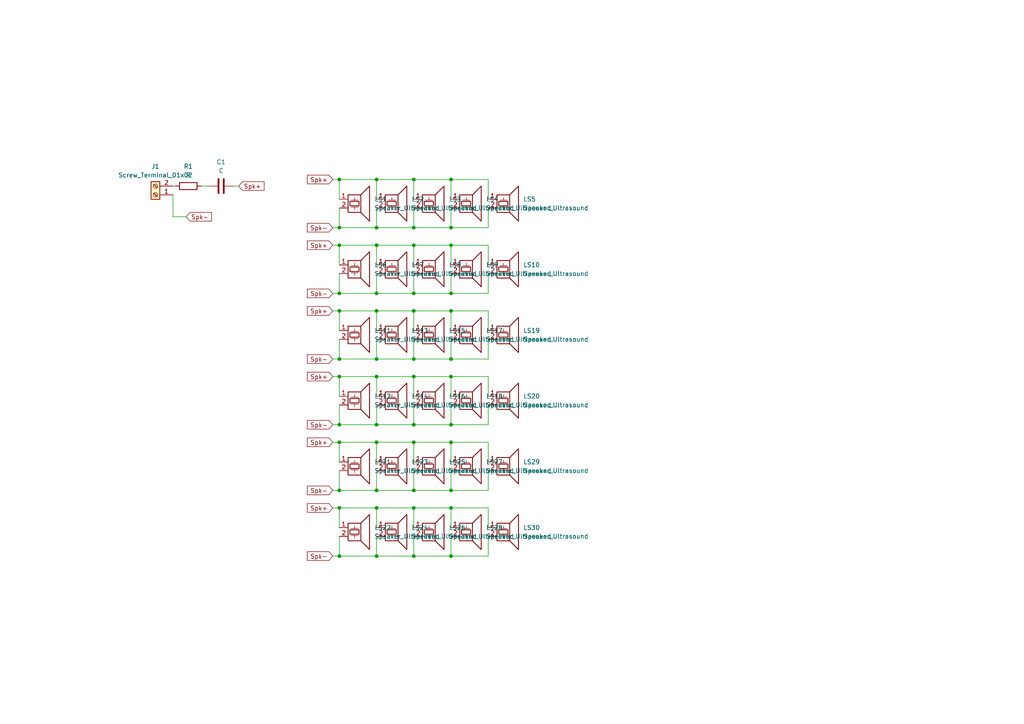
<source format=kicad_sch>
(kicad_sch (version 20230121) (generator eeschema)
  (paper "A4")
  (lib_symbols
    (symbol "Connector:Screw_Terminal_01x02" (pin_names (offset 1.016) hide)
      (property "Reference" "J" (at 0 2.54 0))
      (property "Value" "Screw_Terminal_01x02" (at 0 -5.08 0))
      (symbol "Screw_Terminal_01x02_1_1"
        (rectangle (start -1.27 1.27) (end 1.27 -3.81) (stroke (width 0.254)) (fill (type background)))
        (circle (center 0 -2.54) (radius 0.635) (stroke (width 0.1524)))
        (polyline (pts (xy -0.5334 -2.2098) (xy 0.3302 -3.048)) (stroke (width 0.1524)))
        (polyline (pts (xy -0.5334 0.3302) (xy 0.3302 -0.508)) (stroke (width 0.1524)))
        (polyline (pts (xy -0.3556 -2.032) (xy 0.508 -2.8702)) (stroke (width 0.1524)))
        (polyline (pts (xy -0.3556 0.508) (xy 0.508 -0.3302)) (stroke (width 0.1524)))
        (circle (center 0 0) (radius 0.635) (stroke (width 0.1524)))
        (pin passive line (at -5.08 0 0) (length 3.81) (name "Pin_1") (number "1"))
        (pin passive line (at -5.08 -2.54 0) (length 3.81) (name "Pin_2") (number "2"))
      )
    )
    (symbol "Device:C" (pin_numbers hide) (pin_names (offset 0.254))
      (property "Reference" "C" (at 0.635 2.54 0))
      (property "Value" "C" (at 0.635 -2.54 0))
      (symbol "C_0_1"
        (polyline (pts (xy -2.032 -0.762) (xy 2.032 -0.762)) (stroke (width 0.508)))
        (polyline (pts (xy -2.032 0.762) (xy 2.032 0.762)) (stroke (width 0.508)))
      )
      (symbol "C_1_1"
        (pin passive line (at 0 3.81 270) (length 2.794) (name "~") (number "1"))
        (pin passive line (at 0 -3.81 90) (length 2.794) (name "~") (number "2"))
      )
    )
    (symbol "Device:R" (pin_numbers hide) (pin_names (offset 0))
      (property "Reference" "R" (at 2.032 0 90))
      (property "Value" "R" (at 0 0 90))
      (symbol "R_0_1"
        (rectangle (start -1.016 -2.54) (end 1.016 2.54) (stroke (width 0.254)))
      )
      (symbol "R_1_1"
        (pin passive line (at 0 3.81 270) (length 1.27) (name "~") (number "1"))
        (pin passive line (at 0 -3.81 90) (length 1.27) (name "~") (number "2"))
      )
    )
    (symbol "Device:Speaker_Ultrasound" (pin_names (offset 0) hide)
      (property "Reference" "LS" (at 0.635 5.715 0))
      (property "Value" "Speaker_Ultrasound" (at 0.635 3.81 0))
      (symbol "Speaker_Ultrasound_0_0"
        (rectangle (start -2.54 1.27) (end 1.143 -3.81) (stroke (width 0.254)))
        (rectangle (start -2.032 -0.635) (end 0.635 -1.905) (stroke (width 0.254)))
        (polyline (pts (xy -1.651 -2.286) (xy 0.381 -2.286)))
        (polyline (pts (xy -1.651 -0.254) (xy 0.381 -0.254)))
        (polyline (pts (xy -0.635 -2.286) (xy -0.635 -3.048)))
        (polyline (pts (xy -0.635 -0.254) (xy -0.635 0.508)))
        (polyline (pts (xy 1.143 1.27) (xy 3.683 3.81) (xy 3.683 -6.35) (xy 1.143 -3.81)) (stroke (width 0.254)))
      )
      (symbol "Speaker_Ultrasound_1_1"
        (pin input line (at -5.08 0 0) (length 2.54) (name "1") (number "1"))
        (pin input line (at -5.08 -2.54 0) (length 2.54) (name "2") (number "2"))
      )
    )
  )
  (junction (at 130.81 123.19))
  (junction (at 98.425 85.09))
  (junction (at 120.015 123.19))
  (junction (at 120.015 90.17))
  (junction (at 130.81 66.04))
  (junction (at 120.015 104.14))
  (junction (at 130.81 90.17))
  (junction (at 98.425 142.24))
  (junction (at 120.015 109.22))
  (junction (at 109.22 66.04))
  (junction (at 130.81 161.29))
  (junction (at 130.81 128.27))
  (junction (at 98.425 123.19))
  (junction (at 120.015 52.07))
  (junction (at 98.425 161.29))
  (junction (at 120.015 66.04))
  (junction (at 109.22 71.12))
  (junction (at 98.425 52.07))
  (junction (at 120.015 147.32))
  (junction (at 98.425 147.32))
  (junction (at 98.425 71.12))
  (junction (at 109.22 147.32))
  (junction (at 120.015 128.27))
  (junction (at 120.015 71.12))
  (junction (at 109.22 128.27))
  (junction (at 130.81 71.12))
  (junction (at 98.425 104.14))
  (junction (at 120.015 161.29))
  (junction (at 109.22 109.22))
  (junction (at 130.81 104.14))
  (junction (at 130.81 52.07))
  (junction (at 130.81 142.24))
  (junction (at 98.425 109.22))
  (junction (at 98.425 128.27))
  (junction (at 120.015 85.09))
  (junction (at 109.22 142.24))
  (junction (at 109.22 52.07))
  (junction (at 109.22 104.14))
  (junction (at 130.81 85.09))
  (junction (at 120.015 142.24))
  (junction (at 130.81 109.22))
  (junction (at 109.22 123.19))
  (junction (at 130.81 147.32))
  (junction (at 98.425 90.17))
  (junction (at 109.22 85.09))
  (junction (at 109.22 161.29))
  (junction (at 109.22 90.17))
  (junction (at 98.425 66.04))
  (wire (pts (xy 141.605 104.14) (xy 141.605 98.425)))
  (wire (pts (xy 96.52 104.14) (xy 98.425 104.14)))
  (wire (pts (xy 109.22 142.24) (xy 120.015 142.24)))
  (wire (pts (xy 120.015 155.575) (xy 120.015 161.29)))
  (wire (pts (xy 141.605 52.07) (xy 130.81 52.07)))
  (wire (pts (xy 141.605 90.17) (xy 130.81 90.17)))
  (wire (pts (xy 120.015 117.475) (xy 120.015 123.19)))
  (wire (pts (xy 109.22 60.325) (xy 109.22 66.04)))
  (wire (pts (xy 130.81 123.19) (xy 141.605 123.19)))
  (wire (pts (xy 98.425 71.12) (xy 98.425 76.835)))
  (wire (pts (xy 130.81 71.12) (xy 130.81 76.835)))
  (wire (pts (xy 109.22 123.19) (xy 120.015 123.19)))
  (wire (pts (xy 130.81 109.22) (xy 130.81 114.935)))
  (wire (pts (xy 98.425 52.07) (xy 109.22 52.07)))
  (wire (pts (xy 98.425 60.325) (xy 98.425 66.04)))
  (wire (pts (xy 141.605 128.27) (xy 130.81 128.27)))
  (wire (pts (xy 109.22 109.22) (xy 109.22 114.935)))
  (wire (pts (xy 120.015 161.29) (xy 130.81 161.29)))
  (wire (pts (xy 141.605 114.935) (xy 141.605 109.22)))
  (wire (pts (xy 98.425 123.19) (xy 109.22 123.19)))
  (wire (pts (xy 120.015 66.04) (xy 130.81 66.04)))
  (wire (pts (xy 109.22 128.27) (xy 109.22 133.985)))
  (wire (pts (xy 120.015 95.885) (xy 120.015 90.17)))
  (wire (pts (xy 120.015 90.17) (xy 130.81 90.17)))
  (wire (pts (xy 109.22 117.475) (xy 109.22 123.19)))
  (wire (pts (xy 141.605 57.785) (xy 141.605 52.07)))
  (wire (pts (xy 109.22 104.14) (xy 120.015 104.14)))
  (wire (pts (xy 130.81 155.575) (xy 130.81 161.29)))
  (wire (pts (xy 67.945 53.975) (xy 69.215 53.975)))
  (wire (pts (xy 98.425 128.27) (xy 109.22 128.27)))
  (wire (pts (xy 98.425 79.375) (xy 98.425 85.09)))
  (wire (pts (xy 141.605 142.24) (xy 141.605 136.525)))
  (wire (pts (xy 120.015 85.09) (xy 130.81 85.09)))
  (wire (pts (xy 50.165 62.865) (xy 50.165 56.515)))
  (wire (pts (xy 120.015 153.035) (xy 120.015 147.32)))
  (wire (pts (xy 141.605 153.035) (xy 141.605 147.32)))
  (wire (pts (xy 98.425 147.32) (xy 98.425 153.035)))
  (wire (pts (xy 98.425 161.29) (xy 109.22 161.29)))
  (wire (pts (xy 98.425 109.22) (xy 98.425 114.935)))
  (wire (pts (xy 98.425 71.12) (xy 109.22 71.12)))
  (wire (pts (xy 130.81 136.525) (xy 130.81 142.24)))
  (wire (pts (xy 130.81 117.475) (xy 130.81 123.19)))
  (wire (pts (xy 50.8 53.975) (xy 50.165 53.975)))
  (wire (pts (xy 98.425 155.575) (xy 98.425 161.29)))
  (wire (pts (xy 120.015 71.12) (xy 130.81 71.12)))
  (wire (pts (xy 130.81 66.04) (xy 141.605 66.04)))
  (wire (pts (xy 130.81 52.07) (xy 130.81 57.785)))
  (wire (pts (xy 141.605 71.12) (xy 130.81 71.12)))
  (wire (pts (xy 98.425 147.32) (xy 109.22 147.32)))
  (wire (pts (xy 130.81 60.325) (xy 130.81 66.04)))
  (wire (pts (xy 120.015 109.22) (xy 130.81 109.22)))
  (wire (pts (xy 96.52 161.29) (xy 98.425 161.29)))
  (wire (pts (xy 130.81 79.375) (xy 130.81 85.09)))
  (wire (pts (xy 109.22 52.07) (xy 109.22 57.785)))
  (wire (pts (xy 96.52 147.32) (xy 98.425 147.32)))
  (wire (pts (xy 109.22 79.375) (xy 109.22 85.09)))
  (wire (pts (xy 98.425 85.09) (xy 109.22 85.09)))
  (wire (pts (xy 120.015 128.27) (xy 130.81 128.27)))
  (wire (pts (xy 109.22 128.27) (xy 120.015 128.27)))
  (wire (pts (xy 109.22 136.525) (xy 109.22 142.24)))
  (wire (pts (xy 98.425 98.425) (xy 98.425 104.14)))
  (wire (pts (xy 98.425 52.07) (xy 98.425 57.785)))
  (wire (pts (xy 141.605 66.04) (xy 141.605 60.325)))
  (wire (pts (xy 120.015 114.935) (xy 120.015 109.22)))
  (wire (pts (xy 109.22 85.09) (xy 120.015 85.09)))
  (wire (pts (xy 98.425 109.22) (xy 109.22 109.22)))
  (wire (pts (xy 98.425 128.27) (xy 98.425 133.985)))
  (wire (pts (xy 98.425 104.14) (xy 109.22 104.14)))
  (wire (pts (xy 109.22 147.32) (xy 109.22 153.035)))
  (wire (pts (xy 53.975 62.865) (xy 50.165 62.865)))
  (wire (pts (xy 96.52 85.09) (xy 98.425 85.09)))
  (wire (pts (xy 96.52 123.19) (xy 98.425 123.19)))
  (wire (pts (xy 141.605 147.32) (xy 130.81 147.32)))
  (wire (pts (xy 130.81 85.09) (xy 141.605 85.09)))
  (wire (pts (xy 96.52 71.12) (xy 98.425 71.12)))
  (wire (pts (xy 109.22 66.04) (xy 120.015 66.04)))
  (wire (pts (xy 98.425 90.17) (xy 98.425 95.885)))
  (wire (pts (xy 141.605 95.885) (xy 141.605 90.17)))
  (wire (pts (xy 58.42 53.975) (xy 60.325 53.975)))
  (wire (pts (xy 109.22 109.22) (xy 120.015 109.22)))
  (wire (pts (xy 120.015 142.24) (xy 130.81 142.24)))
  (wire (pts (xy 109.22 52.07) (xy 120.015 52.07)))
  (wire (pts (xy 98.425 117.475) (xy 98.425 123.19)))
  (wire (pts (xy 141.605 133.985) (xy 141.605 128.27)))
  (wire (pts (xy 130.81 161.29) (xy 141.605 161.29)))
  (wire (pts (xy 96.52 66.04) (xy 98.425 66.04)))
  (wire (pts (xy 120.015 147.32) (xy 130.81 147.32)))
  (wire (pts (xy 130.81 142.24) (xy 141.605 142.24)))
  (wire (pts (xy 96.52 128.27) (xy 98.425 128.27)))
  (wire (pts (xy 130.81 98.425) (xy 130.81 104.14)))
  (wire (pts (xy 120.015 60.325) (xy 120.015 66.04)))
  (wire (pts (xy 98.425 142.24) (xy 109.22 142.24)))
  (wire (pts (xy 130.81 104.14) (xy 141.605 104.14)))
  (wire (pts (xy 130.81 90.17) (xy 130.81 95.885)))
  (wire (pts (xy 96.52 142.24) (xy 98.425 142.24)))
  (wire (pts (xy 130.81 147.32) (xy 130.81 153.035)))
  (wire (pts (xy 98.425 90.17) (xy 109.22 90.17)))
  (wire (pts (xy 96.52 90.17) (xy 98.425 90.17)))
  (wire (pts (xy 120.015 136.525) (xy 120.015 142.24)))
  (wire (pts (xy 141.605 123.19) (xy 141.605 117.475)))
  (wire (pts (xy 109.22 161.29) (xy 120.015 161.29)))
  (wire (pts (xy 98.425 136.525) (xy 98.425 142.24)))
  (wire (pts (xy 120.015 98.425) (xy 120.015 104.14)))
  (wire (pts (xy 109.22 71.12) (xy 109.22 76.835)))
  (wire (pts (xy 109.22 155.575) (xy 109.22 161.29)))
  (wire (pts (xy 109.22 71.12) (xy 120.015 71.12)))
  (wire (pts (xy 120.015 57.785) (xy 120.015 52.07)))
  (wire (pts (xy 141.605 161.29) (xy 141.605 155.575)))
  (wire (pts (xy 109.22 90.17) (xy 120.015 90.17)))
  (wire (pts (xy 141.605 109.22) (xy 130.81 109.22)))
  (wire (pts (xy 109.22 147.32) (xy 120.015 147.32)))
  (wire (pts (xy 120.015 123.19) (xy 130.81 123.19)))
  (wire (pts (xy 141.605 76.835) (xy 141.605 71.12)))
  (wire (pts (xy 120.015 52.07) (xy 130.81 52.07)))
  (wire (pts (xy 120.015 104.14) (xy 130.81 104.14)))
  (wire (pts (xy 96.52 52.07) (xy 98.425 52.07)))
  (wire (pts (xy 141.605 85.09) (xy 141.605 79.375)))
  (wire (pts (xy 130.81 128.27) (xy 130.81 133.985)))
  (wire (pts (xy 120.015 76.835) (xy 120.015 71.12)))
  (wire (pts (xy 109.22 90.17) (xy 109.22 95.885)))
  (wire (pts (xy 109.22 98.425) (xy 109.22 104.14)))
  (wire (pts (xy 120.015 79.375) (xy 120.015 85.09)))
  (wire (pts (xy 96.52 109.22) (xy 98.425 109.22)))
  (wire (pts (xy 120.015 133.985) (xy 120.015 128.27)))
  (wire (pts (xy 98.425 66.04) (xy 109.22 66.04)))
  (global_label "Spk+" (shape input) (at 96.52 52.07 180) (property "Intersheetrefs" "${INTERSHEET_REFS}" (effects hide)))
  (global_label "Spk-" (shape input) (at 96.52 142.24 180) (property "Intersheetrefs" "${INTERSHEET_REFS}" (effects hide)))
  (global_label "Spk+" (shape input) (at 96.52 71.12 180) (property "Intersheetrefs" "${INTERSHEET_REFS}" (effects hide)))
  (global_label "Spk+" (shape input) (at 96.52 90.17 180) (property "Intersheetrefs" "${INTERSHEET_REFS}" (effects hide)))
  (global_label "Spk-" (shape input) (at 96.52 66.04 180) (property "Intersheetrefs" "${INTERSHEET_REFS}" (effects hide)))
  (global_label "Spk+" (shape input) (at 69.215 53.975 0) (property "Intersheetrefs" "${INTERSHEET_REFS}" (effects hide)))
  (global_label "Spk-" (shape input) (at 96.52 85.09 180) (property "Intersheetrefs" "${INTERSHEET_REFS}" (effects hide)))
  (global_label "Spk-" (shape input) (at 96.52 104.14 180) (property "Intersheetrefs" "${INTERSHEET_REFS}" (effects hide)))
  (global_label "Spk-" (shape input) (at 53.975 62.865 0) (property "Intersheetrefs" "${INTERSHEET_REFS}" (effects hide)))
  (global_label "Spk+" (shape input) (at 96.52 109.22 180) (property "Intersheetrefs" "${INTERSHEET_REFS}" (effects hide)))
  (global_label "Spk+" (shape input) (at 96.52 128.27 180) (property "Intersheetrefs" "${INTERSHEET_REFS}" (effects hide)))
  (global_label "Spk-" (shape input) (at 96.52 161.29 180) (property "Intersheetrefs" "${INTERSHEET_REFS}" (effects hide)))
  (global_label "Spk+" (shape input) (at 96.52 147.32 180) (property "Intersheetrefs" "${INTERSHEET_REFS}" (effects hide)))
  (global_label "Spk-" (shape input) (at 96.52 123.19 180) (property "Intersheetrefs" "${INTERSHEET_REFS}" (effects hide)))
  (symbol (lib_id "Device:Speaker_Ultrasound") (at 125.095 95.885 0) (unit 1)
    (property "Reference" "LS15" (at 130.175 95.885 0) (effects (justify left)))
    (property "Value" "Speaker_Ultrasound" (at 130.175 98.425 0) (effects (justify left)))
    (property "Footprint" "00_SpeakerArray:CUSP-T80-18-2400-TH" (effects hide))
  )
  (symbol (lib_id "Device:Speaker_Ultrasound") (at 103.505 114.935 0) (unit 1)
    (property "Reference" "LS12" (at 108.585 114.935 0) (effects (justify left)))
    (property "Value" "Speaker_Ultrasound" (at 108.585 117.475 0) (effects (justify left)))
    (property "Footprint" "00_SpeakerArray:CUSP-T80-18-2400-TH" (effects hide))
  )
  (symbol (lib_id "Connector:Screw_Terminal_01x02") (at 45.085 56.515 180) (unit 1)
    (property "Reference" "J1" (at 45.085 48.26 0))
    (property "Value" "Screw_Terminal_01x02" (at 45.085 50.8 0))
    (property "Footprint" "TerminalBlock:TerminalBlock_bornier-2_P5.08mm" (effects hide))
  )
  (symbol (lib_id "Device:R") (at 54.61 53.975 90) (unit 1)
    (property "Reference" "R1" (at 54.61 48.26 90))
    (property "Value" "R" (at 54.61 50.8 90))
    (property "Footprint" "Resistor_THT:R_Axial_Power_L25.0mm_W6.4mm_P27.94mm" (effects hide))
  )
  (symbol (lib_id "Device:Speaker_Ultrasound") (at 135.89 114.935 0) (unit 1)
    (property "Reference" "LS18" (at 140.97 114.935 0) (effects (justify left)))
    (property "Value" "Speaker_Ultrasound" (at 140.97 117.475 0) (effects (justify left)))
    (property "Footprint" "00_SpeakerArray:CUSP-T80-18-2400-TH" (effects hide))
  )
  (symbol (lib_id "Device:Speaker_Ultrasound") (at 125.095 114.935 0) (unit 1)
    (property "Reference" "LS16" (at 130.175 114.935 0) (effects (justify left)))
    (property "Value" "Speaker_Ultrasound" (at 130.175 117.475 0) (effects (justify left)))
    (property "Footprint" "00_SpeakerArray:CUSP-T80-18-2400-TH" (effects hide))
  )
  (symbol (lib_id "Device:Speaker_Ultrasound") (at 103.505 76.835 0) (unit 1)
    (property "Reference" "LS6" (at 108.585 76.835 0) (effects (justify left)))
    (property "Value" "Speaker_Ultrasound" (at 108.585 79.375 0) (effects (justify left)))
    (property "Footprint" "00_SpeakerArray:CUSP-T80-18-2400-TH" (effects hide))
  )
  (symbol (lib_id "Device:Speaker_Ultrasound") (at 146.685 76.835 0) (unit 1)
    (property "Reference" "LS10" (at 151.765 76.835 0) (effects (justify left)))
    (property "Value" "Speaker_Ultrasound" (at 151.765 79.375 0) (effects (justify left)))
    (property "Footprint" "00_SpeakerArray:CUSP-T80-18-2400-TH" (effects hide))
  )
  (symbol (lib_id "Device:Speaker_Ultrasound") (at 125.095 57.785 0) (unit 1)
    (property "Reference" "LS3" (at 130.175 57.785 0) (effects (justify left)))
    (property "Value" "Speaker_Ultrasound" (at 130.175 60.325 0) (effects (justify left)))
    (property "Footprint" "00_SpeakerArray:CUSP-T80-18-2400-TH" (effects hide))
  )
  (symbol (lib_id "Device:Speaker_Ultrasound") (at 103.505 95.885 0) (unit 1)
    (property "Reference" "LS11" (at 108.585 95.885 0) (effects (justify left)))
    (property "Value" "Speaker_Ultrasound" (at 108.585 98.425 0) (effects (justify left)))
    (property "Footprint" "00_SpeakerArray:CUSP-T80-18-2400-TH" (effects hide))
  )
  (symbol (lib_id "Device:C") (at 64.135 53.975 90) (unit 1)
    (property "Reference" "C1" (at 64.135 46.99 90))
    (property "Value" "C" (at 64.135 49.53 90))
    (property "Footprint" "Capacitor_THT:C_Disc_D4.7mm_W2.5mm_P5.00mm" (effects hide))
  )
  (symbol (lib_id "Device:Speaker_Ultrasound") (at 114.3 95.885 0) (unit 1)
    (property "Reference" "LS13" (at 119.38 95.885 0) (effects (justify left)))
    (property "Value" "Speaker_Ultrasound" (at 119.38 98.425 0) (effects (justify left)))
    (property "Footprint" "00_SpeakerArray:CUSP-T80-18-2400-TH" (effects hide))
  )
  (symbol (lib_id "Device:Speaker_Ultrasound") (at 135.89 153.035 0) (unit 1)
    (property "Reference" "LS28" (at 140.97 153.035 0) (effects (justify left)))
    (property "Value" "Speaker_Ultrasound" (at 140.97 155.575 0) (effects (justify left)))
    (property "Footprint" "00_SpeakerArray:CUSP-T80-18-2400-TH" (effects hide))
  )
  (symbol (lib_id "Device:Speaker_Ultrasound") (at 114.3 57.785 0) (unit 1)
    (property "Reference" "LS2" (at 119.38 57.785 0) (effects (justify left)))
    (property "Value" "Speaker_Ultrasound" (at 119.38 60.325 0) (effects (justify left)))
    (property "Footprint" "00_SpeakerArray:CUSP-T80-18-2400-TH" (effects hide))
  )
  (symbol (lib_id "Device:Speaker_Ultrasound") (at 146.685 153.035 0) (unit 1)
    (property "Reference" "LS30" (at 151.765 153.035 0) (effects (justify left)))
    (property "Value" "Speaker_Ultrasound" (at 151.765 155.575 0) (effects (justify left)))
    (property "Footprint" "00_SpeakerArray:CUSP-T80-18-2400-TH" (effects hide))
  )
  (symbol (lib_id "Device:Speaker_Ultrasound") (at 135.89 133.985 0) (unit 1)
    (property "Reference" "LS27" (at 140.97 133.985 0) (effects (justify left)))
    (property "Value" "Speaker_Ultrasound" (at 140.97 136.525 0) (effects (justify left)))
    (property "Footprint" "00_SpeakerArray:CUSP-T80-18-2400-TH" (effects hide))
  )
  (symbol (lib_id "Device:Speaker_Ultrasound") (at 125.095 133.985 0) (unit 1)
    (property "Reference" "LS25" (at 130.175 133.985 0) (effects (justify left)))
    (property "Value" "Speaker_Ultrasound" (at 130.175 136.525 0) (effects (justify left)))
    (property "Footprint" "00_SpeakerArray:CUSP-T80-18-2400-TH" (effects hide))
  )
  (symbol (lib_id "Device:Speaker_Ultrasound") (at 135.89 76.835 0) (unit 1)
    (property "Reference" "LS9" (at 140.97 76.835 0) (effects (justify left)))
    (property "Value" "Speaker_Ultrasound" (at 140.97 79.375 0) (effects (justify left)))
    (property "Footprint" "00_SpeakerArray:CUSP-T80-18-2400-TH" (effects hide))
  )
  (symbol (lib_id "Device:Speaker_Ultrasound") (at 114.3 153.035 0) (unit 1)
    (property "Reference" "LS24" (at 119.38 153.035 0) (effects (justify left)))
    (property "Value" "Speaker_Ultrasound" (at 119.38 155.575 0) (effects (justify left)))
    (property "Footprint" "00_SpeakerArray:CUSP-T80-18-2400-TH" (effects hide))
  )
  (symbol (lib_id "Device:Speaker_Ultrasound") (at 114.3 76.835 0) (unit 1)
    (property "Reference" "LS7" (at 119.38 76.835 0) (effects (justify left)))
    (property "Value" "Speaker_Ultrasound" (at 119.38 79.375 0) (effects (justify left)))
    (property "Footprint" "00_SpeakerArray:CUSP-T80-18-2400-TH" (effects hide))
  )
  (symbol (lib_id "Device:Speaker_Ultrasound") (at 125.095 76.835 0) (unit 1)
    (property "Reference" "LS8" (at 130.175 76.835 0) (effects (justify left)))
    (property "Value" "Speaker_Ultrasound" (at 130.175 79.375 0) (effects (justify left)))
    (property "Footprint" "00_SpeakerArray:CUSP-T80-18-2400-TH" (effects hide))
  )
  (symbol (lib_id "Device:Speaker_Ultrasound") (at 135.89 57.785 0) (unit 1)
    (property "Reference" "LS4" (at 140.97 57.785 0) (effects (justify left)))
    (property "Value" "Speaker_Ultrasound" (at 140.97 60.325 0) (effects (justify left)))
    (property "Footprint" "00_SpeakerArray:CUSP-T80-18-2400-TH" (effects hide))
  )
  (symbol (lib_id "Device:Speaker_Ultrasound") (at 103.505 133.985 0) (unit 1)
    (property "Reference" "LS21" (at 108.585 133.985 0) (effects (justify left)))
    (property "Value" "Speaker_Ultrasound" (at 108.585 136.525 0) (effects (justify left)))
    (property "Footprint" "00_SpeakerArray:CUSP-T80-18-2400-TH" (effects hide))
  )
  (symbol (lib_id "Device:Speaker_Ultrasound") (at 146.685 133.985 0) (unit 1)
    (property "Reference" "LS29" (at 151.765 133.985 0) (effects (justify left)))
    (property "Value" "Speaker_Ultrasound" (at 151.765 136.525 0) (effects (justify left)))
    (property "Footprint" "00_SpeakerArray:CUSP-T80-18-2400-TH" (effects hide))
  )
  (symbol (lib_id "Device:Speaker_Ultrasound") (at 103.505 57.785 0) (unit 1)
    (property "Reference" "LS1" (at 108.585 57.785 0) (effects (justify left)))
    (property "Value" "Speaker_Ultrasound" (at 108.585 60.325 0) (effects (justify left)))
    (property "Footprint" "00_SpeakerArray:CUSP-T80-18-2400-TH" (effects hide))
  )
  (symbol (lib_id "Device:Speaker_Ultrasound") (at 114.3 133.985 0) (unit 1)
    (property "Reference" "LS23" (at 119.38 133.985 0) (effects (justify left)))
    (property "Value" "Speaker_Ultrasound" (at 119.38 136.525 0) (effects (justify left)))
    (property "Footprint" "00_SpeakerArray:CUSP-T80-18-2400-TH" (effects hide))
  )
  (symbol (lib_id "Device:Speaker_Ultrasound") (at 103.505 153.035 0) (unit 1)
    (property "Reference" "LS22" (at 108.585 153.035 0) (effects (justify left)))
    (property "Value" "Speaker_Ultrasound" (at 108.585 155.575 0) (effects (justify left)))
    (property "Footprint" "00_SpeakerArray:CUSP-T80-18-2400-TH" (effects hide))
  )
  (symbol (lib_id "Device:Speaker_Ultrasound") (at 114.3 114.935 0) (unit 1)
    (property "Reference" "LS14" (at 119.38 114.935 0) (effects (justify left)))
    (property "Value" "Speaker_Ultrasound" (at 119.38 117.475 0) (effects (justify left)))
    (property "Footprint" "00_SpeakerArray:CUSP-T80-18-2400-TH" (effects hide))
  )
  (symbol (lib_id "Device:Speaker_Ultrasound") (at 146.685 114.935 0) (unit 1)
    (property "Reference" "LS20" (at 151.765 114.935 0) (effects (justify left)))
    (property "Value" "Speaker_Ultrasound" (at 151.765 117.475 0) (effects (justify left)))
    (property "Footprint" "00_SpeakerArray:CUSP-T80-18-2400-TH" (effects hide))
  )
  (symbol (lib_id "Device:Speaker_Ultrasound") (at 125.095 153.035 0) (unit 1)
    (property "Reference" "LS26" (at 130.175 153.035 0) (effects (justify left)))
    (property "Value" "Speaker_Ultrasound" (at 130.175 155.575 0) (effects (justify left)))
    (property "Footprint" "00_SpeakerArray:CUSP-T80-18-2400-TH" (effects hide))
  )
  (symbol (lib_id "Device:Speaker_Ultrasound") (at 135.89 95.885 0) (unit 1)
    (property "Reference" "LS17" (at 140.97 95.885 0) (effects (justify left)))
    (property "Value" "Speaker_Ultrasound" (at 140.97 98.425 0) (effects (justify left)))
    (property "Footprint" "00_SpeakerArray:CUSP-T80-18-2400-TH" (effects hide))
  )
  (symbol (lib_id "Device:Speaker_Ultrasound") (at 146.685 57.785 0) (unit 1)
    (property "Reference" "LS5" (at 151.765 57.785 0) (effects (justify left)))
    (property "Value" "Speaker_Ultrasound" (at 151.765 60.325 0) (effects (justify left)))
    (property "Footprint" "00_SpeakerArray:CUSP-T80-18-2400-TH" (effects hide))
  )
  (symbol (lib_id "Device:Speaker_Ultrasound") (at 146.685 95.885 0) (unit 1)
    (property "Reference" "LS19" (at 151.765 95.885 0) (effects (justify left)))
    (property "Value" "Speaker_Ultrasound" (at 151.765 98.425 0) (effects (justify left)))
    (property "Footprint" "00_SpeakerArray:CUSP-T80-18-2400-TH" (effects hide))
  )
)
</source>
